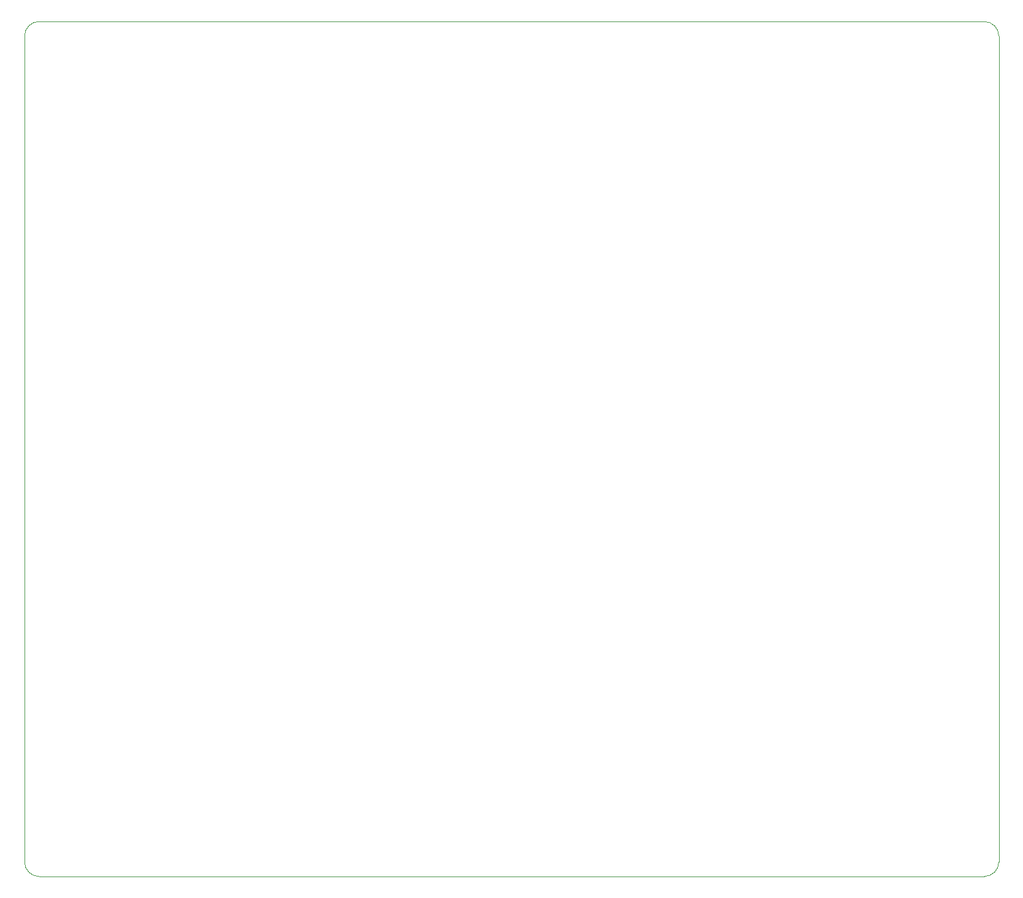
<source format=gbr>
%TF.GenerationSoftware,KiCad,Pcbnew,(5.1.6)-1*%
%TF.CreationDate,2021-09-19T20:18:01-07:00*%
%TF.ProjectId,MicroTrainer,4d696372-6f54-4726-9169-6e65722e6b69,rev?*%
%TF.SameCoordinates,Original*%
%TF.FileFunction,Profile,NP*%
%FSLAX46Y46*%
G04 Gerber Fmt 4.6, Leading zero omitted, Abs format (unit mm)*
G04 Created by KiCad (PCBNEW (5.1.6)-1) date 2021-09-19 20:18:01*
%MOMM*%
%LPD*%
G01*
G04 APERTURE LIST*
%TA.AperFunction,Profile*%
%ADD10C,0.050000*%
%TD*%
G04 APERTURE END LIST*
D10*
X15000000Y-136000000D02*
G75*
G02*
X13000000Y-134000000I0J2000000D01*
G01*
X147500000Y-134000000D02*
G75*
G02*
X145500000Y-136000000I-2000000J0D01*
G01*
X145500000Y-18000000D02*
G75*
G02*
X147500000Y-20000000I0J-2000000D01*
G01*
X13000000Y-20000000D02*
G75*
G02*
X15000000Y-18000000I2000000J0D01*
G01*
X13000000Y-134000000D02*
X13000000Y-20000000D01*
X145500000Y-136000000D02*
X15000000Y-136000000D01*
X147500000Y-20000000D02*
X147500000Y-134000000D01*
X15000000Y-18000000D02*
X145500000Y-18000000D01*
M02*

</source>
